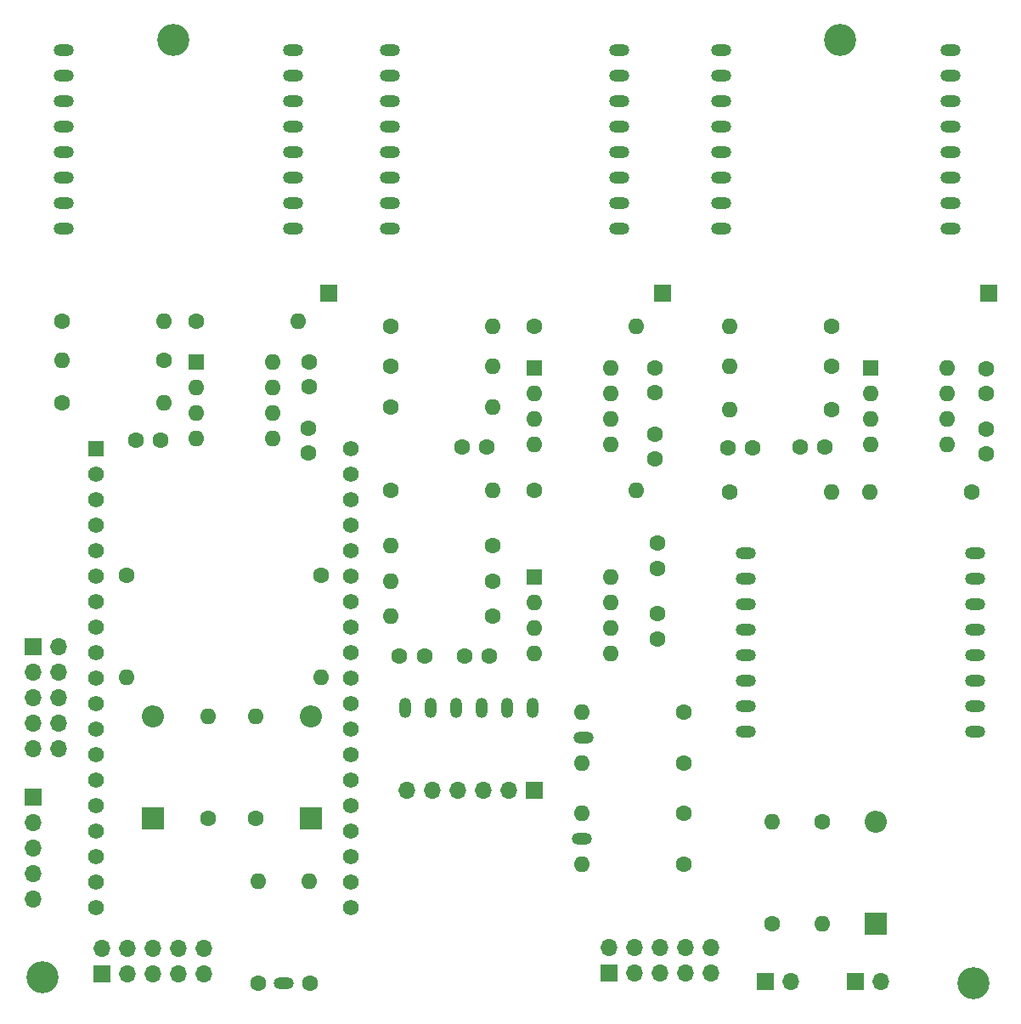
<source format=gbr>
%TF.GenerationSoftware,KiCad,Pcbnew,(6.0.10)*%
%TF.CreationDate,2023-03-06T16:50:03+01:00*%
%TF.ProjectId,Adapterboard,41646170-7465-4726-926f-6172642e6b69,2.3*%
%TF.SameCoordinates,Original*%
%TF.FileFunction,Soldermask,Bot*%
%TF.FilePolarity,Negative*%
%FSLAX46Y46*%
G04 Gerber Fmt 4.6, Leading zero omitted, Abs format (unit mm)*
G04 Created by KiCad (PCBNEW (6.0.10)) date 2023-03-06 16:50:03*
%MOMM*%
%LPD*%
G01*
G04 APERTURE LIST*
%ADD10C,1.600000*%
%ADD11O,1.600000X1.600000*%
%ADD12R,1.600000X1.600000*%
%ADD13O,1.200000X2.000000*%
%ADD14O,2.000000X1.200000*%
%ADD15R,1.700000X1.700000*%
%ADD16O,1.700000X1.700000*%
%ADD17R,2.200000X2.200000*%
%ADD18O,2.200000X2.200000*%
%ADD19C,3.200000*%
%ADD20R,1.560000X1.560000*%
%ADD21C,1.560000*%
G04 APERTURE END LIST*
D10*
%TO.C,R105*%
X35440000Y-69100000D03*
D11*
X45600000Y-69100000D03*
%TD*%
D12*
%TO.C,U105*%
X82500000Y-65700000D03*
D11*
X82500000Y-68240000D03*
X82500000Y-70780000D03*
X82500000Y-73320000D03*
X90120000Y-73320000D03*
X90120000Y-70780000D03*
X90120000Y-68240000D03*
X90120000Y-65700000D03*
%TD*%
D13*
%TO.C,U108*%
X82350000Y-99500000D03*
X79810000Y-99500000D03*
X77270000Y-99500000D03*
X74730000Y-99500000D03*
X72190000Y-99500000D03*
X69650000Y-99500000D03*
%TD*%
D10*
%TO.C,C107*%
X94500000Y-65650000D03*
X94500000Y-68150000D03*
%TD*%
D14*
%TO.C,U102*%
X123930000Y-51790000D03*
X123930000Y-49250000D03*
X123930000Y-46710000D03*
X123930000Y-44170000D03*
X123930000Y-41630000D03*
X123930000Y-39090000D03*
X123930000Y-36550000D03*
X123930000Y-34010000D03*
X101070000Y-34010000D03*
X101070000Y-36550000D03*
X101070000Y-39090000D03*
X101070000Y-41630000D03*
X101070000Y-44170000D03*
X101070000Y-46710000D03*
X101070000Y-49250000D03*
X101070000Y-51790000D03*
%TD*%
D15*
%TO.C,J107*%
X39380000Y-126000000D03*
D16*
X39380000Y-123460000D03*
X41920000Y-126000000D03*
X41920000Y-123460000D03*
X44460000Y-126000000D03*
X44460000Y-123460000D03*
X47000000Y-126000000D03*
X47000000Y-123460000D03*
X49540000Y-126000000D03*
X49540000Y-123460000D03*
%TD*%
D12*
%TO.C,U104*%
X82500000Y-86500000D03*
D11*
X82500000Y-89040000D03*
X82500000Y-91580000D03*
X82500000Y-94120000D03*
X90120000Y-94120000D03*
X90120000Y-91580000D03*
X90120000Y-89040000D03*
X90120000Y-86500000D03*
%TD*%
D10*
%TO.C,R121*%
X97380000Y-100000000D03*
D11*
X87220000Y-100000000D03*
%TD*%
D14*
%TO.C,U10*%
X126430000Y-101890000D03*
X126430000Y-99350000D03*
X126430000Y-96810000D03*
X126430000Y-94270000D03*
X126430000Y-91730000D03*
X126430000Y-89190000D03*
X126430000Y-86650000D03*
X126430000Y-84110000D03*
X103570000Y-84110000D03*
X103570000Y-86650000D03*
X103570000Y-89190000D03*
X103570000Y-91730000D03*
X103570000Y-94270000D03*
X103570000Y-96810000D03*
X103570000Y-99350000D03*
X103570000Y-101890000D03*
%TD*%
D10*
%TO.C,R127*%
X106150000Y-121000000D03*
D11*
X106150000Y-110840000D03*
%TD*%
D10*
%TO.C,R115*%
X101920000Y-78000000D03*
D11*
X112080000Y-78000000D03*
%TD*%
D17*
%TO.C,D101*%
X44500000Y-110580000D03*
D18*
X44500000Y-100420000D03*
%TD*%
D14*
%TO.C,U101*%
X58430000Y-51790000D03*
X58430000Y-49250000D03*
X58430000Y-46710000D03*
X58430000Y-44170000D03*
X58430000Y-41630000D03*
X58430000Y-39090000D03*
X58430000Y-36550000D03*
X58430000Y-34010000D03*
X35570000Y-34010000D03*
X35570000Y-36550000D03*
X35570000Y-39090000D03*
X35570000Y-41630000D03*
X35570000Y-44170000D03*
X35570000Y-46710000D03*
X35570000Y-49250000D03*
X35570000Y-51790000D03*
%TD*%
D10*
%TO.C,C102*%
X59980000Y-71650000D03*
X59980000Y-74150000D03*
%TD*%
%TO.C,R112*%
X68200000Y-69550000D03*
D11*
X78360000Y-69550000D03*
%TD*%
D10*
%TO.C,R117*%
X50000000Y-110580000D03*
D11*
X50000000Y-100420000D03*
%TD*%
D10*
%TO.C,R124*%
X55000000Y-127000000D03*
D11*
X55000000Y-116840000D03*
%TD*%
D10*
%TO.C,R120*%
X78360000Y-90400000D03*
D11*
X68200000Y-90400000D03*
%TD*%
D10*
%TO.C,R122*%
X111150000Y-110840000D03*
D11*
X111150000Y-121000000D03*
%TD*%
D12*
%TO.C,U103*%
X48800000Y-65100000D03*
D11*
X48800000Y-67640000D03*
X48800000Y-70180000D03*
X48800000Y-72720000D03*
X56420000Y-72720000D03*
X56420000Y-70180000D03*
X56420000Y-67640000D03*
X56420000Y-65100000D03*
%TD*%
D15*
%TO.C,J103*%
X32500000Y-108425000D03*
D16*
X32500000Y-110965000D03*
X32500000Y-113505000D03*
X32500000Y-116045000D03*
X32500000Y-118585000D03*
%TD*%
D14*
%TO.C,J4*%
X57540000Y-127000000D03*
%TD*%
D10*
%TO.C,R113*%
X112080000Y-65500000D03*
D11*
X101920000Y-65500000D03*
%TD*%
D10*
%TO.C,R109*%
X68200000Y-65500000D03*
D11*
X78360000Y-65500000D03*
%TD*%
D10*
%TO.C,R107*%
X78360000Y-83400000D03*
D11*
X68200000Y-83400000D03*
%TD*%
D19*
%TO.C,H100*%
X46500000Y-33000000D03*
%TD*%
%TO.C,H102*%
X33450000Y-126350000D03*
%TD*%
D14*
%TO.C,J2*%
X87250000Y-112540000D03*
%TD*%
D10*
%TO.C,R108*%
X68200000Y-77900000D03*
D11*
X78360000Y-77900000D03*
%TD*%
D17*
%TO.C,D102*%
X116500000Y-121080000D03*
D18*
X116500000Y-110920000D03*
%TD*%
D10*
%TO.C,C104*%
X111460000Y-73500000D03*
X108960000Y-73500000D03*
%TD*%
D14*
%TO.C,U100*%
X90930000Y-51790000D03*
X90930000Y-49250000D03*
X90930000Y-46710000D03*
X90930000Y-44170000D03*
X90930000Y-41630000D03*
X90930000Y-39090000D03*
X90930000Y-36550000D03*
X90930000Y-34010000D03*
X68070000Y-34010000D03*
X68070000Y-36550000D03*
X68070000Y-39090000D03*
X68070000Y-41630000D03*
X68070000Y-44170000D03*
X68070000Y-46710000D03*
X68070000Y-49250000D03*
X68070000Y-51790000D03*
%TD*%
D15*
%TO.C,U109*%
X82452000Y-107722500D03*
D16*
X79912000Y-107722500D03*
X77372000Y-107722500D03*
X74832000Y-107722500D03*
X72292000Y-107722500D03*
X69752000Y-107722500D03*
%TD*%
D10*
%TO.C,C100*%
X60050000Y-65050000D03*
X60050000Y-67550000D03*
%TD*%
%TO.C,C113*%
X94780000Y-92650000D03*
X94780000Y-90150000D03*
%TD*%
%TO.C,C101*%
X45230000Y-72900000D03*
X42730000Y-72900000D03*
%TD*%
%TO.C,R126*%
X97380000Y-115080000D03*
D11*
X87220000Y-115080000D03*
%TD*%
D15*
%TO.C,J110*%
X114495000Y-126830000D03*
D16*
X117035000Y-126830000D03*
%TD*%
D10*
%TO.C,R101*%
X48750000Y-61000000D03*
D11*
X58910000Y-61000000D03*
%TD*%
D10*
%TO.C,R111*%
X82450000Y-77900000D03*
D11*
X92610000Y-77900000D03*
%TD*%
D10*
%TO.C,C111*%
X78030000Y-94400000D03*
X75530000Y-94400000D03*
%TD*%
%TO.C,R103*%
X68200000Y-61500000D03*
D11*
X78360000Y-61500000D03*
%TD*%
D17*
%TO.C,D100*%
X60250000Y-110580000D03*
D18*
X60250000Y-100420000D03*
%TD*%
D19*
%TO.C,H101*%
X113000000Y-33000000D03*
%TD*%
D10*
%TO.C,R128*%
X61250000Y-86320000D03*
D11*
X61250000Y-96480000D03*
%TD*%
D10*
%TO.C,R119*%
X97380000Y-105080000D03*
D11*
X87220000Y-105080000D03*
%TD*%
D10*
%TO.C,R102*%
X82450000Y-61500000D03*
D11*
X92610000Y-61500000D03*
%TD*%
D10*
%TO.C,R118*%
X54750000Y-110580000D03*
D11*
X54750000Y-100420000D03*
%TD*%
D10*
%TO.C,C110*%
X127500000Y-71750000D03*
X127500000Y-74250000D03*
%TD*%
%TO.C,R129*%
X41800000Y-86320000D03*
D11*
X41800000Y-96480000D03*
%TD*%
D15*
%TO.C,J102*%
X127750000Y-58250000D03*
%TD*%
D10*
%TO.C,C109*%
X127500000Y-65750000D03*
X127500000Y-68250000D03*
%TD*%
%TO.C,R110*%
X78360000Y-86900000D03*
D11*
X68200000Y-86900000D03*
%TD*%
D10*
%TO.C,C106*%
X94780000Y-85650000D03*
X94780000Y-83150000D03*
%TD*%
%TO.C,C105*%
X104250000Y-73600000D03*
X101750000Y-73600000D03*
%TD*%
%TO.C,R114*%
X112080000Y-69850000D03*
D11*
X101920000Y-69850000D03*
%TD*%
D10*
%TO.C,R123*%
X60160000Y-127000000D03*
D11*
X60080000Y-116840000D03*
%TD*%
D10*
%TO.C,R106*%
X45560000Y-64900000D03*
D11*
X35400000Y-64900000D03*
%TD*%
D12*
%TO.C,U106*%
X115970000Y-65700000D03*
D11*
X115970000Y-68240000D03*
X115970000Y-70780000D03*
X115970000Y-73320000D03*
X123590000Y-73320000D03*
X123590000Y-70780000D03*
X123590000Y-68240000D03*
X123590000Y-65700000D03*
%TD*%
D10*
%TO.C,R125*%
X97380000Y-110000000D03*
D11*
X87220000Y-110000000D03*
%TD*%
D15*
%TO.C,J100*%
X95250000Y-58250000D03*
%TD*%
D20*
%TO.C,U107*%
X38800000Y-73740000D03*
D21*
X38800000Y-76280000D03*
X38800000Y-78820000D03*
X38800000Y-81360000D03*
X38800000Y-83900000D03*
X38800000Y-86440000D03*
X38800000Y-88980000D03*
X38800000Y-91520000D03*
X38800000Y-94060000D03*
X38800000Y-96600000D03*
X38800000Y-99140000D03*
X38800000Y-101680000D03*
X38800000Y-104220000D03*
X38800000Y-106760000D03*
X38800000Y-109300000D03*
X38800000Y-111840000D03*
X38800000Y-114380000D03*
X38800000Y-116920000D03*
X38800000Y-119460000D03*
X64200000Y-73740000D03*
X64200000Y-76280000D03*
X64200000Y-78820000D03*
X64200000Y-81360000D03*
X64200000Y-83900000D03*
X64200000Y-86440000D03*
X64200000Y-88980000D03*
X64200000Y-91520000D03*
X64200000Y-94060000D03*
X64200000Y-96600000D03*
X64200000Y-99140000D03*
X64200000Y-101680000D03*
X64200000Y-104220000D03*
X64200000Y-106760000D03*
X64200000Y-109300000D03*
X64200000Y-111840000D03*
X64200000Y-114380000D03*
X64200000Y-116920000D03*
X64200000Y-119460000D03*
%TD*%
D19*
%TO.C,H2*%
X126250000Y-127000000D03*
%TD*%
D10*
%TO.C,C112*%
X71530000Y-94400000D03*
X69030000Y-94400000D03*
%TD*%
D15*
%TO.C,J108*%
X89925000Y-125950000D03*
D16*
X89925000Y-123410000D03*
X92465000Y-125950000D03*
X92465000Y-123410000D03*
X95005000Y-125950000D03*
X95005000Y-123410000D03*
X97545000Y-125950000D03*
X97545000Y-123410000D03*
X100085000Y-125950000D03*
X100085000Y-123410000D03*
%TD*%
D10*
%TO.C,R116*%
X126080000Y-78000000D03*
D11*
X115920000Y-78000000D03*
%TD*%
D10*
%TO.C,C103*%
X77750000Y-73500000D03*
X75250000Y-73500000D03*
%TD*%
D15*
%TO.C,J104*%
X32500000Y-93425000D03*
D16*
X35040000Y-93425000D03*
X32500000Y-95965000D03*
X35040000Y-95965000D03*
X32500000Y-98505000D03*
X35040000Y-98505000D03*
X32500000Y-101045000D03*
X35040000Y-101045000D03*
X32500000Y-103585000D03*
X35040000Y-103585000D03*
%TD*%
D15*
%TO.C,J109*%
X105495000Y-126830000D03*
D16*
X108035000Y-126830000D03*
%TD*%
D10*
%TO.C,R104*%
X112080000Y-61500000D03*
D11*
X101920000Y-61500000D03*
%TD*%
D10*
%TO.C,C108*%
X94500000Y-74750000D03*
X94500000Y-72250000D03*
%TD*%
D14*
%TO.C,J3*%
X87420000Y-102540000D03*
%TD*%
D15*
%TO.C,J101*%
X62000000Y-58250000D03*
%TD*%
D10*
%TO.C,R100*%
X35440000Y-61000000D03*
D11*
X45600000Y-61000000D03*
%TD*%
M02*

</source>
